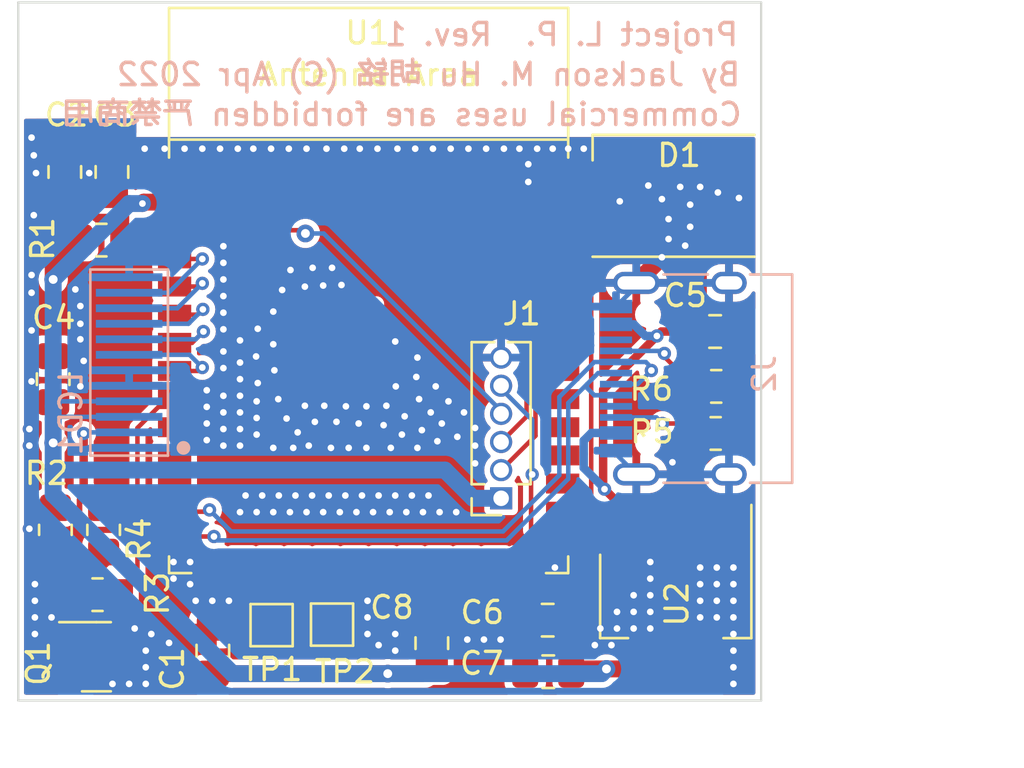
<source format=kicad_pcb>
(kicad_pcb (version 20211014) (generator pcbnew)
  (layers (0 "F.Cu" signal) (31 "B.Cu" signal) (34 "B.Paste" user) (35 "F.Paste" user) (36 "B.SilkS" user "B.Silkscreen") (37 "F.SilkS" user "F.Silkscreen") (38 "B.Mask" user) (39 "F.Mask" user) (44 "Edge.Cuts" user))
  (net 0 "")
  (net 1 "+3V3")
  (net 2 "GND")
  (net 3 "EN")
  (net 4 "+5V")
  (net 5 "STAT_LED")
  (net 7 "DBG_TXD")
  (net 8 "DBG_RXD")
  (net 9 "BOOT")
  (net 10 "Net-(J2-PadA5)")
  (net 11 "USB_DP")
  (net 12 "USB_DM")
  (net 14 "Net-(J2-PadB5)")
  (net 16 "LEDK")
  (net 17 "DISP_DC")
  (net 18 "DISP_CS")
  (net 19 "DISP_SCLK")
  (net 20 "DISP_DATA")
  (net 21 "DISP_RST")
  (net 22 "Net-(Q1-Pad1)")
  (net 23 "Net-(Q1-Pad3)")
  (net 24 "DISP_BL")
  (net 29 "SDA")
  (net 30 "SCL")
  (footprint "Capacitor_SMD:C_0805_2012Metric_Pad1.18x1.45mm_HandSolder" (layer "F.Cu") (at 131.425 114.85)
    (fp_text reference "C5")
    (fp_text value "10uF")
  )
  (footprint "Resistor_SMD:R_0805_2012Metric_Pad1.20x1.40mm_HandSolder" (layer "F.Cu") (at 131.45 119.45)
    (fp_text reference "R5")
    (fp_text value "5.11k")
  )
  (footprint "TestPoint:TestPoint_Pad_1.5x1.5mm" (layer "F.Cu") (at 114.15 128.075)
    (fp_text reference "TP2")
    (fp_text value "TestPoint")
  )
  (footprint "Capacitor_SMD:C_0805_2012Metric_Pad1.18x1.45mm_HandSolder" (layer "F.Cu") (at 108.775 129.25 90)
    (fp_text reference "C1")
    (fp_text value "10uF")
  )
  (footprint "Capacitor_SMD:C_0805_2012Metric_Pad1.18x1.45mm_HandSolder" (layer "F.Cu") (at 123.9 130.2 180)
    (fp_text reference "C7")
    (fp_text value "0.1uF")
  )
  (footprint "Capacitor_SMD:C_0805_2012Metric_Pad1.18x1.45mm_HandSolder" (layer "F.Cu") (at 123.875 127.875 180)
    (fp_text reference "C6")
    (fp_text value "0.1uF")
  )
  (footprint "TestPoint:TestPoint_Pad_1.5x1.5mm" (layer "F.Cu") (at 111.425 128.1)
    (fp_text reference "TP1")
    (fp_text value "TestPoint")
  )
  (footprint "Resistor_SMD:R_0805_2012Metric_Pad1.20x1.40mm_HandSolder" (layer "F.Cu") (at 103.75 110.725)
    (fp_text reference "R1")
    (fp_text value "10k")
  )
  (footprint "Capacitor_SMD:C_0805_2012Metric_Pad1.18x1.45mm_HandSolder" (layer "F.Cu") (at 104.225 107.65 90)
    (fp_text reference "C3")
    (fp_text value "1uF")
  )
  (footprint "LED_SMD:LED_SK6812_PLCC4_5.0x5.0mm_P3.2mm" (layer "F.Cu") (at 129.55 108.725 180)
    (fp_text reference "D1")
    (fp_text value "STATUS")
  )
  (footprint "Package_TO_SOT_SMD:SOT-23" (layer "F.Cu") (at 103.525 129.525)
    (fp_text reference "Q1")
    (fp_text value "S8050")
  )
  (footprint "Capacitor_SMD:C_0805_2012Metric_Pad1.18x1.45mm_HandSolder" (layer "F.Cu") (at 118.65 128.9125 90)
    (fp_text reference "C8")
    (fp_text value "10uF")
  )
  (footprint "Capacitor_SMD:C_0805_2012Metric_Pad1.18x1.45mm_HandSolder" (layer "F.Cu") (at 102.1 107.65 90)
    (fp_text reference "C2")
    (fp_text value "0.1uF")
  )
  (footprint "Capacitor_SMD:C_0805_2012Metric_Pad1.18x1.45mm_HandSolder" (layer "F.Cu") (at 101.575 117 90)
    (fp_text reference "C4")
    (fp_text value "0.1uF")
  )
  (footprint "Resistor_SMD:R_0805_2012Metric_Pad1.20x1.40mm_HandSolder" (layer "F.Cu") (at 103.575 126.725 180)
    (fp_text reference "R3")
    (fp_text value "1k")
  )
  (footprint "Package_TO_SOT_SMD:SOT-223-3_TabPin2" (layer "F.Cu") (at 129.65 126.775 -90)
    (fp_text reference "U2")
    (fp_text value "AMS1117-3.3")
  )
  (footprint "Resistor_SMD:R_0805_2012Metric_Pad1.20x1.40mm_HandSolder" (layer "F.Cu") (at 101.675 123.8 -90)
    (fp_text reference "R2")
    (fp_text value "10k")
  )
  (footprint "Resistor_SMD:R_0805_2012Metric_Pad1.20x1.40mm_HandSolder" (layer "F.Cu") (at 131.475 117.325)
    (fp_text reference "R6")
    (fp_text value "5.11k")
  )
  (footprint "Espressif:ESP32-S3-WROOM-1" (layer "F.Cu") (at 115.8 116)
    (fp_text reference "U1")
    (fp_text value "ESP32-S3-WROOM-1")
  )
  (footprint "Connector_PinSocket_1.27mm:PinSocket_1x06_P1.27mm_Vertical" (layer "F.Cu") (at 121.775 122.375 180)
    (fp_text reference "J1")
    (fp_text value "HOST_PROG")
  )
  (footprint "Resistor_SMD:R_0805_2012Metric_Pad1.20x1.40mm_HandSolder" (layer "F.Cu") (at 103.85 123.8 90)
    (fp_text reference "R4")
    (fp_text value "10R")
  )
  (footprint "JackcoLib:ST7789V_1.5_IPS_PG04" (layer "B.Cu") (at 105 116.25)
    (fp_text reference "LCD1")
    (fp_text value "IPS_LCD")
  )
  (footprint "Connector_USB:USB_C_Receptacle_HRO_TYPE-C-31-M-12" (layer "B.Cu") (at 131 116.975 -90)
    (fp_text reference "J2")
    (fp_text value "USB_CDC")
  )
  (gr_line (start 133.5 131.5) (end 133.5 100) (layer "Edge.Cuts") (width 0.1))
  (gr_line (start 100 100) (end 133.5 100) (layer "Edge.Cuts") (width 0.1))
  (gr_line (start 100 131.5) (end 133.5 131.5) (layer "Edge.Cuts") (width 0.1))
  (gr_line (start 100 100) (end 100 131.5) (layer "Edge.Cuts") (width 0.1))
  (gr_text "Project L. P.  Rev. 1" (at 124.5 101.45) (layer "B.SilkS") (effects (font (size 1 1) (thickness 0.16)) (justify mirror)))
  (gr_text "Commercial uses are forbidden 严禁商用" (at 117.325 105.05) (layer "B.SilkS") (effects (font (size 1 1) (thickness 0.16)) (justify mirror)))
  (gr_text "By Jackson M. Hu 胡铭 (C) Apr 2022" (at 118.5 103.25) (layer "B.SilkS") (effects (font (size 1 1) (thickness 0.16)) (justify mirror)))
  (segment (start 101.575 122.7) (end 101.675 122.8) (width 0.508) (layer "F.Cu") (net 1))
  (segment (start 130.85998 111.46502) (end 132 110.325) (width 0.381) (layer "F.Cu") (net 1))
  (segment (start 129.675 123.8) (end 129.675 130.1) (width 0.762) (layer "F.Cu") (net 1))
  (segment (start 131.48498 118.57006) (end 131.48498 114.05998) (width 0.381) (layer "F.Cu") (net 1))
  (segment (start 130.85998 113.43498) (end 130.85998 111.46502) (width 0.381) (layer "F.Cu") (net 1))
  (segment (start 131.44002 118.61502) (end 131.48498 118.57006) (width 0.381) (layer "F.Cu") (net 1))
  (segment (start 101.575 112.5) (end 101.575 111.9) (width 0.762) (layer "F.Cu") (net 1))
  (segment (start 102.1 108.6875) (end 102.1 110.075) (width 0.508) (layer "F.Cu") (net 1))
  (segment (start 131.48498 114.05998) (end 130.85998 113.43498) (width 0.381) (layer "F.Cu") (net 1))
  (segment (start 102.1 110.075) (end 102.75 110.725) (width 0.508) (layer "F.Cu") (net 1))
  (segment (start 124.9125 130.075) (end 126.525 130.075) (width 0.762) (layer "F.Cu") (net 1))
  (segment (start 116.6625 130.2875) (end 118.3125 130.2875) (width 0.762) (layer "F.Cu") (net 1))
  (segment (start 101.575 118.0375) (end 101.575 122.7) (width 0.508) (layer "F.Cu") (net 1))
  (segment (start 129.5 130.075) (end 129.65 129.925) (width 0.762) (layer "F.Cu") (net 1))
  (segment (start 131.44002 120.165104) (end 131.44002 118.61502) (width 0.381) (layer "F.Cu") (net 1))
  (segment (start 107.05 109.01) (end 105.665 109.01) (width 0.762) (layer "F.Cu") (net 1))
  (segment (start 101.575 111.9) (end 102.75 110.725) (width 0.762) (layer "F.Cu") (net 1))
  (segment (start 118.3125 130.2875) (end 118.65 129.95) (width 0.762) (layer "F.Cu") (net 1))
  (segment (start 126.525 130.075) (end 129.5 130.075) (width 0.762) (layer "F.Cu") (net 1))
  (segment (start 105.665 109.01) (end 105.6 109.075) (width 0.762) (layer "F.Cu") (net 1))
  (segment (start 108.775 130.2875) (end 116.6625 130.2875) (width 0.762) (layer "F.Cu") (net 1))
  (segment (start 129.65 121.955124) (end 131.44002 120.165104) (width 0.381) (layer "F.Cu") (net 1))
  (segment (start 129.65 123.625) (end 129.65 121.955124) (width 0.381) (layer "F.Cu") (net 1))
  (via (at 116.6625 130.2875) (size 0.8) (drill 0.4) (layers "F.Cu" "B.Cu") (net 1))
  (via (at 105.6 109.075) (size 0.6) (drill 0.3) (layers "F.Cu" "B.Cu") (net 1))
  (via (at 101.575 119.875) (size 0.8) (drill 0.4) (layers "F.Cu" "B.Cu") (net 1))
  (via (at 101.575 112.5) (size 0.8) (drill 0.4) (layers "F.Cu" "B.Cu") (net 1))
  (via (at 126.525 130.075) (size 0.8) (drill 0.4) (layers "F.Cu" "B.Cu") (net 1))
  (segment (start 101.8 118) (end 101.575 118.225) (width 0.2032) (layer "B.Cu") (net 1))
  (segment (start 105 118.7) (end 101.675 118.7) (width 0.2032) (layer "B.Cu") (net 1))
  (segment (start 116.6625 130.2875) (end 126.3125 130.2875) (width 0.762) (layer "B.Cu") (net 1))
  (segment (start 101.575 112.5) (end 105 109.075) (width 0.762) (layer "B.Cu") (net 1))
  (segment (start 126.3125 130.2875) (end 126.525 130.075) (width 0.762) (layer "B.Cu") (net 1))
  (segment (start 101.575 122.2) (end 101.575 121.1) (width 0.762) (layer "B.Cu") (net 1))
  (segment (start 105 118) (end 101.8 118) (width 0.2032) (layer "B.Cu") (net 1))
  (segment (start 101.675 118.7) (end 101.575 118.8) (width 0.2032) (layer "B.Cu") (net 1))
  (segment (start 101.575 118.8) (end 101.575 118.225) (width 0.762) (layer "B.Cu") (net 1))
  (segment (start 120.513 122.375) (end 121.775 122.375) (width 0.762) (layer "B.Cu") (net 1))
  (segment (start 101.575 119.875) (end 101.575 118.8) (width 0.762) (layer "B.Cu") (net 1))
  (segment (start 116.6625 130.2875) (end 109.6625 130.2875) (width 0.762) (layer "B.Cu") (net 1))
  (segment (start 101.575 121.1) (end 101.575 119.875) (width 0.762) (layer "B.Cu") (net 1))
  (segment (start 109.6625 130.2875) (end 101.575 122.2) (width 0.762) (layer "B.Cu") (net 1))
  (segment (start 105 109.075) (end 105.6 109.075) (width 0.762) (layer "B.Cu") (net 1))
  (segment (start 101.575 121.1) (end 119.238 121.1) (width 0.762) (layer "B.Cu") (net 1))
  (segment (start 119.238 121.1) (end 120.513 122.375) (width 0.762) (layer "B.Cu") (net 1))
  (segment (start 101.575 118.225) (end 101.575 112.5) (width 0.762) (layer "B.Cu") (net 1))
  (segment (start 118.65 127.875) (end 122.8375 127.875) (width 0.381) (layer "F.Cu") (net 2))
  (segment (start 127.1 107.125) (end 127.275 107.125) (width 0.762) (layer "F.Cu") (net 2))
  (segment (start 107.05 107.74) (end 105.3525 107.74) (width 0.508) (layer "F.Cu") (net 2))
  (segment (start 129.325 110.675) (end 129.325 111.2) (width 0.762) (layer "F.Cu") (net 2))
  (segment (start 127.275 107.125) (end 128.4125 108.2625) (width 0.762) (layer "F.Cu") (net 2))
  (segment (start 118 116.025) (end 116.265 116.025) (width 0.2032) (layer "F.Cu") (net 2))
  (segment (start 128.4125 108.2625) (end 129.025 108.875) (width 0.762) (layer "F.Cu") (net 2))
  (segment (start 129.025 111.5) (end 127.87 112.655) (width 0.762) (layer "F.Cu") (net 2))
  (segment (start 122.8625 130.2) (end 122.8625 127.9) (width 0.381) (layer "F.Cu") (net 2))
  (segment (start 105.3525 107.74) (end 104.225 106.6125) (width 0.508) (layer "F.Cu") (net 2))
  (segment (start 116.265 116.025) (end 115.7 115.46) (width 0.2032) (layer "F.Cu") (net 2))
  (segment (start 102.1 106.6125) (end 104.225 106.6125) (width 0.508) (layer "F.Cu") (net 2))
  (segment (start 122.8625 127.9) (end 122.8375 127.875) (width 0.381) (layer "F.Cu") (net 2))
  (segment (start 129.325 111.2) (end 129.025 111.5) (width 0.762) (layer "F.Cu") (net 2))
  (segment (start 126.485 107.74) (end 127.1 107.125) (width 0.762) (layer "F.Cu") (net 2))
  (segment (start 124.55 107.74) (end 126.485 107.74) (width 0.762) (layer "F.Cu") (net 2))
  (segment (start 129.025 108.875) (end 129.325 109.175) (width 0.762) (layer "F.Cu") (net 2))
  (segment (start 121.775 116.025) (end 118 116.025) (width 0.2032) (layer "F.Cu") (net 2))
  (segment (start 129.325 109.775) (end 129.325 110.675) (width 0.762) (layer "F.Cu") (net 2))
  (segment (start 129.325 109.175) (end 129.325 109.775) (width 0.762) (layer "F.Cu") (net 2))
  (via (at 111.5 113.95) (size 0.6) (drill 0.3) (layers "F.Cu" "B.Cu") (net 2))
  (via (at 111.5 123) (size 0.6) (drill 0.3) (layers "F.Cu" "B.Cu") (net 2))
  (via (at 100.75 128.5) (size 0.6) (drill 0.3) (layers "F.Cu" "B.Cu") (net 2))
  (via (at 115.75 128.5) (size 0.6) (drill 0.3) (layers "F.Cu" "B.Cu") (net 2))
  (via (at 107 126) (size 0.6) (drill 0.3) (layers "F.Cu" "B.Cu") (net 2))
  (via (at 115.75 127.75) (size 0.6) (drill 0.3) (layers "F.Cu" "B.Cu") (net 2))
  (via (at 110.75 118.75) (size 0.6) (drill 0.3) (layers "F.Cu" "B.Cu") (net 2))
  (via (at 114.775 118.225) (size 0.6) (drill 0.3) (layers "F.Cu" "B.Cu") (net 2))
  (via (at 110 123) (size 0.6) (drill 0.3) (layers "F.Cu" "B.Cu") (net 2))
  (via (at 114.7 106.6) (size 0.6) (drill 0.3) (layers "F.Cu" "B.Cu") (net 2))
  (via (at 113.375 118.925) (size 0.6) (drill 0.3) (layers "F.Cu" "B.Cu") (net 2))
  (via (at 109.25 114.75) (size 0.6) (drill 0.3) (layers "F.Cu" "B.Cu") (net 2))
  (via (at 124.2 125.5) (size 0.6) (drill 0.3) (layers "F.Cu" "B.Cu") (net 2))
  (via (at 117.9 106.6) (size 0.6) (drill 0.3) (layers "F.Cu" "B.Cu") (net 2))
  (via (at 113 123) (size 0.6) (drill 0.3) (layers "F.Cu" "B.Cu") (net 2))
  (via (at 126.75 129) (size 0.6) (drill 0.3) (layers "F.Cu" "B.Cu") (net 2))
  (via (at 102.95 116.175) (size 0.6) (drill 0.3) (layers "F.Cu" "B.Cu") (net 2))
  (via (at 115.75 127) (size 0.6) (drill 0.3) (layers "F.Cu" "B.Cu") (net 2))
  (via (at 110 120) (size 0.6) (drill 0.3) (layers "F.Cu" "B.Cu") (net 2))
  (via (at 112.925 118.2) (size 0.6) (drill 0.3) (layers "F.Cu" "B.Cu") (net 2))
  (via (at 129.5 120.75) (size 0.6) (drill 0.3) (layers "F.Cu" "B.Cu") (net 2))
  (via (at 100.5 120) (size 0.6) (drill 0.3) (layers "F.Cu" "B.Cu") (net 2))
  (via (at 131.5 127) (size 0.6) (drill 0.3) (layers "F.Cu" "B.Cu") (net 2))
  (via (at 116.6 118.2) (size 0.6) (drill 0.3) (layers "F.Cu" "B.Cu") (net 2))
  (via (at 108.75 127) (size 0.6) (drill 0.3) (layers "F.Cu" "B.Cu") (net 2))
  (via (at 119.8 119.6) (size 0.6) (drill 0.3) (layers "F.Cu" "B.Cu") (net 2))
  (via (at 108.5 119.75) (size 0.6) (drill 0.3) (layers "F.Cu" "B.Cu") (net 2))
  (via (at 110 117) (size 0.6) (drill 0.3) (layers "F.Cu" "B.Cu") (net 2))
  (via (at 110 119.25) (size 0.6) (drill 0.3) (layers "F.Cu" "B.Cu") (net 2))
  (via (at 101.5 127.75) (size 0.6) (drill 0.3) (layers "F.Cu" "B.Cu") (net 2))
  (via (at 128.5 126) (size 0.6) (drill 0.3) (layers "F.Cu" "B.Cu") (net 2))
  (via (at 109.25 117.75) (size 0.6) (drill 0.3) (layers "F.Cu" "B.Cu") (net 2))
  (via (at 117.425 118.675) (size 0.6) (drill 0.3) (layers "F.Cu" "B.Cu") (net 2))
  (via (at 114.35 118.925) (size 0.6) (drill 0.3) (layers "F.Cu" "B.Cu") (net 2))
  (via (at 110.25 122.25) (size 0.6) (drill 0.3) (layers "F.Cu" "B.Cu") (net 2))
  (via (at 130.75 108.325) (size 0.6) (drill 0.3) (layers "F.Cu" "B.Cu") (net 2))
  (via (at 113.8 118.2) (size 0.6) (drill 0.3) (layers "F.Cu" "B.Cu") (net 2))
  (via (at 130.3 109.125) (size 0.6) (drill 0.3) (layers "F.Cu" "B.Cu") (net 2))
  (via (at 102.575 112.95) (size 0.6) (drill 0.3) (layers "F.Cu" "B.Cu") (net 2))
  (via (at 123 107.3) (size 0.6) (drill 0.3) (layers "F.Cu" "B.Cu") (net 2))
  (via (at 118.9 119.8) (size 0.6) (drill 0.3) (layers "F.Cu" "B.Cu") (net 2))
  (via (at 130.75 126.25) (size 0.6) (drill 0.3) (layers "F.Cu" "B.Cu") (net 2))
  (via (at 118.7 106.6) (size 0.6) (drill 0.3) (layers "F.Cu" "B.Cu") (net 2))
  (via (at 104.25 130.75) (size 0.6) (drill 0.3) (layers "F.Cu" "B.Cu") (net 2))
  (via (at 124.8 106.6) (size 0.6) (drill 0.3) (layers "F.Cu" "B.Cu") (net 2))
  (via (at 130.3 110.125) (size 0.6) (drill 0.3) (layers "F.Cu" "B.Cu") (net 2))
  (via (at 111.5 120.1) (size 0.6) (drill 0.3) (layers "F.Cu" "B.Cu") (net 2))
  (via (at 117 129.25) (size 0.6) (drill 0.3) (layers "F.Cu" "B.Cu") (net 2))
  (via (at 119.75 123) (size 0.6) (drill 0.3) (layers "F.Cu" "B.Cu") (net 2))
  (via (at 112.925 112.825) (size 0.6) (drill 0.3) (layers "F.Cu" "B.Cu") (net 2))
  (via (at 109.25 114) (size 0.6) (drill 0.3) (layers "F.Cu" "B.Cu") (net 2))
  (via (at 118 120.1) (size 0.6) (drill 0.3) (layers "F.Cu" "B.Cu") (net 2))
  (via (at 116.8 120.1) (size 0.6) (drill 0.3) (layers "F.Cu" "B.Cu") (net 2))
  (via (at 109.25 112.5) (size 0.6) (drill 0.3) (layers "F.Cu" "B.Cu") (net 2))
  (via (at 114.1 120.1) (size 0.6) (drill 0.3) (layers "F.Cu" "B.Cu") (net 2))
  (via (at 105 130.75) (size 0.6) (drill 0.3) (layers "F.Cu" "B.Cu") (net 2))
  (via (at 131.5 127.75) (size 0.6) (drill 0.3) (layers "F.Cu" "B.Cu") (net 2))
  (via (at 117 122.25) (size 0.6) (drill 0.3) (layers "F.Cu" "B.Cu") (net 2))
  (via (at 118.825 117.325) (size 0.6) (drill 0.3) (layers "F.Cu" "B.Cu") (net 2))
  (via (at 112.4 120.1) (size 0.6) (drill 0.3) (layers "F.Cu" "B.Cu") (net 2))
  (via (at 118.2 119.3) (size 0.6) (drill 0.3) (layers "F.Cu" "B.Cu") (net 2))
  (via (at 115.7 120.1) (size 0.6) (drill 0.3) (layers "F.Cu" "B.Cu") (net 2))
  (via (at 114.9 120.1) (size 0.6) (drill 0.3) (layers "F.Cu" "B.Cu") (net 2))
  (via (at 100.7 106.9) (size 0.6) (drill 0.3) (layers "F.Cu" "B.Cu") (net 2))
  (via (at 112.1 118.775) (size 0.6) (drill 0.3) (layers "F.Cu" "B.Cu") (net 2))
  (via (at 109.25 111) (size 0.6) (drill 0.3) (layers "F.Cu" "B.Cu") (net 2))
  (via (at 128.5 126.75) (size 0.6) (drill 0.3) (layers "F.Cu" "B.Cu") (net 2))
  (via (at 116 123) (size 0.6) (drill 0.3) (layers "F.Cu" "B.Cu") (net 2))
  (via (at 127.75 126.75) (size 0.6) (drill 0.3) (layers "F.Cu" "B.Cu") (net 2))
  (via (at 100.75 127.75) (size 0.6) (drill 0.3) (layers "F.Cu" "B.Cu") (net 2))
  (via (at 109.25 118.5) (size 0.6) (drill 0.3) (layers "F.Cu" "B.Cu") (net 2))
  (via (at 128.5 127.5) (size 0.6) (drill 0.3) (layers "F.Cu" "B.Cu") (net 2))
  (via (at 109.25 115.75) (size 0.6) (drill 0.3) (layers "F.Cu" "B.Cu") (net 2))
  (via (at 117.75 122.25) (size 0.6) (drill 0.3) (layers "F.Cu" "B.Cu") (net 2))
  (via (at 130.075 110.975) (size 0.6) (drill 0.3) (layers "F.Cu" "B.Cu") (net 2))
  (via (at 112.275 112.075) (size 0.6) (drill 0.3) (layers "F.Cu" "B.Cu") (net 2))
  (via (at 107.75 125.25) (size 0.6) (drill 0.3) (layers "F.Cu" "B.Cu") (net 2))
  (via (at 111.75 122.25) (size 0.6) (drill 0.3) (layers "F.Cu" "B.Cu") (net 2))
  (via (at 118.5 122.25) (size 0.6) (drill 0.3) (layers "F.Cu" "B.Cu") (net 2))
  (via (at 120.6 120) (size 0.6) (drill 0.3) (layers "F.Cu" "B.Cu") (net 2))
  (via (at 108.5 119) (size 0.6) (drill 0.3) (layers "F.Cu" "B.Cu") (net 2))
  (via (at 113.9 106.6) (size 0.6) (drill 0.3) (layers "F.Cu" "B.Cu") (net 2))
  (via (at 109.25 111.75) (size 0.6) (drill 0.3) (layers "F.Cu" "B.Cu") (net 2))
  (via (at 119.4 118) (size 0.6) (drill 0.3) (layers "F.Cu" "B.Cu") (net 2))
  (via (at 129.025 108.875) (size 0.6) (drill 0.3) (layers "F.Cu" "B.Cu") (net 2))
  (via (at 118.25 123) (size 0.6) (drill 0.3) (layers "F.Cu" "B.Cu") (net 2))
  (via (at 106.6 106.6) (size 0.6) (drill 0.3) (layers "F.Cu" "B.Cu") (net 2))
  (via (at 132.5 108.825) (size 0.6) (drill 0.3) (layers "F.Cu" "B.Cu") (net 2))
  (via (at 120.1 118.5) (size 0.6) (drill 0.3) (layers "F.Cu" "B.Cu") (net 2))
  (via (at 109.5 127) (size 0.6) (drill 0.3) (layers "F.Cu" "B.Cu") (net 2))
  (via (at 110.6 106.6) (size 0.6) (drill 0.3) (layers "F.Cu" "B.Cu") (net 2))
  (via (at 130.75 127.75) (size 0.6) (drill 0.3) (layers "F.Cu" "B.Cu") (net 2))
  (via (at 121 128.75) (size 0.6) (drill 0.3) (layers "F.Cu" "B.Cu") (net 2))
  (via (at 114 122.25) (size 0.6) (drill 0.3) (layers "F.Cu" "B.Cu") (net 2))
  (via (at 115.5 122.25) (size 0.6) (drill 0.3) (layers "F.Cu" "B.Cu") (net 2))
  (via (at 109.25 116.5) (size 0.6) (drill 0.3) (layers "F.Cu" "B.Cu") (net 2))
  (via (at 123 108.1) (size 0.6) (drill 0.3) (layers "F.Cu" "B.Cu") (net 2))
  (via (at 110.75 118) (size 0.6) (drill 0.3) (layers "F.Cu" "B.Cu") (net 2))
  (via (at 113.25 122.25) (size 0.6) (drill 0.3) (layers "F.Cu" "B.Cu") (net 2))
  (via (at 109.9 106.6) (size 0.6) (drill 0.3) (layers "F.Cu" "B.Cu") (net 2))
  (via (at 114.575 112.75) (size 0.6) (drill 0.3) (layers "F.Cu" "B.Cu") (net 2))
  (via (at 113.75 112.775) (size 0.6) (drill 0.3) (layers "F.Cu" "B.Cu") (net 2))
  (via (at 132.25 127) (size 0.6) (drill 0.3) (layers "F.Cu" "B.Cu") (net 2))
  (via (at 127.75 127.5) (size 0.6) (drill 0.3) (layers "F.Cu" "B.Cu") (net 2))
  (via (at 110.8 117.175) (size 0.6) (drill 0.3) (layers "F.Cu" "B.Cu") (net 2))
  (via (at 100.6 106.1) (size 0.6) (drill 0.3) (layers "F.Cu" "B.Cu") (net 2))
  (via (at 111 122.25) (size 0.6) (drill 0.3) (layers "F.Cu" "B.Cu") (net 2))
  (via (at 117 115.3) (size 0.6) (drill 0.3) (layers "F.Cu" "B.Cu") (net 2))
  (via (at 117.1 106.6) (size 0.6) (drill 0.3) (layers "F.Cu" "B.Cu") (net 2))
  (via (at 100.6 112.3) (size 0.6) (drill 0.3) (layers "F.Cu" "B.Cu") (net 2))
  (via (at 110 117.75) (size 0.6) (drill 0.3) (layers "F.Cu" "B.Cu") (net 2))
  (via (at 109.25 113.25) (size 0.6) (drill 0.3) (layers "F.Cu" "B.Cu") (net 2))
  (via (at 119.1 119) (size 0.6) (drill 0.3) (layers "F.Cu" "B.Cu") (net 2))
  (via (at 109.1 106.6) (size 0.6) (drill 0.3) (layers "F.Cu" "B.Cu") (net 2))
  (via (at 112.2 106.6) (size 0.6) (drill 0.3) (layers "F.Cu" "B.Cu") (net 2))
  (via (at 119 123) (size 0.6) (drill 0.3) (layers "F.Cu" "B.Cu") (net 2))
  (via (at 100.5 123.75) (size 0.6) (drill 0.3) (layers "F.Cu" "B.Cu") (net 2))
  (via (at 108.3 106.6) (size 0.6) (drill 0.3) (layers "F.Cu" "B.Cu") (net 2))
  (via (at 110 115.25) (size 0.6) (drill 0.3) (layers "F.Cu" "B.Cu") (net 2))
  (via (at 116.2 106.6) (size 0.6) (drill 0.3) (layers "F.Cu" "B.Cu") (net 2))
  (via (at 132.25 130.75) (size 0.6) (drill 0.3) (layers "F.Cu" "B.Cu") (net 2))
  (via (at 126.25 128.25) (size 0.6) (drill 0.3) (layers "F.Cu" "B.Cu") (net 2))
  (via (at 111.4 106.6) (size 0.6) (drill 0.3) (layers "F.Cu" "B.Cu") (net 2))
  (via (at 121.1 106.6) (size 0.6) (drill 0.3) (layers "F.Cu" "B.Cu") (net 2))
  (via (at 130.75 127) (size 0.6) (drill 0.3) (layers "F.Cu" "B.Cu") (net 2))
  (via (at 111.55 116.6) (size 0.6) (drill 0.3) (layers "F.Cu" "B.Cu") (net 2))
  (via (at 116.75 123) (size 0.6) (drill 0.3) (layers "F.Cu" "B.Cu") (net 2))
  (via (at 116.25 129) (size 0.6) (drill 0.3) (layers "F.Cu" "B.Cu") (net 2))
  (via (at 120.6 120.8) (size 0.6) (drill 0.3) (layers "F.Cu" "B.Cu") (net 2))
  (via (at 112.25 123) (size 0.6) (drill 0.3) (layers "F.Cu" "B.Cu") (net 2))
  (via (at 121.9 106.6) (size 0.6) (drill 0.3) (layers "F.Cu" "B.Cu") (net 2))
  (via (at 117.95 116.9) (size 0.6) (drill 0.3) (layers "F.Cu" "B.Cu") (net 2))
  (via (at 108.5 117.5) (size 0.6) (drill 0.3) (layers "F.Cu" "B.Cu") (net 2))
  (via (at 127.75 128.25) (size 0.6) (drill 0.3) (layers "F.Cu" "B.Cu") (net 2))
  (via (at 113.75 123) (size 0.6) (drill 0.3) (layers "F.Cu" "B.Cu") (net 2))
  (via (at 129.325 109.775) (size 0.6) (drill 0.3) (layers "F.Cu" "B.Cu") (net 2))
  (via (at 106.8 128.9) (size 0.6) (drill 0.3) (layers "F.Cu" "B.Cu") (net 2))
  (via (at 129.85 108.325) (size 0.6) (drill 0.3) (layers "F.Cu" "B.Cu") (net 2))
  (via (at 129.325 110.675) (size 0.6) (drill 0.3) (layers "F.Cu" "B.Cu") (net 2))
  (via (at 132.25 130) (size 0.6) (drill 0.3) (layers "F.Cu" "B.Cu") (net 2))
  (via (at 120.6 119.2) (size 0.6) (drill 0.3) (layers "F.Cu" "B.Cu") (net 2))
  (via (at 109.25 120) (size 0.6) (drill 0.3) (layers "F.Cu" "B.Cu") (net 2))
  (via (at 132.25 127.75) (size 0.6) (drill 0.3) (layers "F.Cu" "B.Cu") (net 2))
  (via (at 102.8 114.5) (size 0.6) (drill 0.3) (layers "F.Cu" "B.Cu") (net 2))
  (via (at 100.6 113.1) (size 0.6) (drill 0.3) (layers "F.Cu" "B.Cu") (net 2))
  (via (at 125.5 106.6) (size 0.6) (drill 0.3) (layers "F.Cu" "B.Cu") (net 2))
  (via (at 100.7 109.6) (size 0.6) (drill 0.3) (layers "F.Cu" "B.Cu") (net 2))
  (via (at 102.8 117.325) (size 0.6) (drill 0.3) (layers "F.Cu" "B.Cu") (net 2))
  (via (at 113.1 120) (size 0.6) (drill 0.3) (layers "F.Cu" "B.Cu") (net 2))
  (via (at 132.25 125.5) (size 0.6) (drill 0.3) (layers "F.Cu" "B.Cu") (net 2))
  (via (at 100.6 114.8) (size 0.6) (drill 0.3) (layers "F.Cu" "B.Cu") (net 2))
  (via (at 107.5 106.6) (size 0.6) (drill 0.3) (layers "F.Cu" "B.Cu") (net 2))
  (via (at 111.725 117.9) (size 0.6) (drill 0.3) (layers "F.Cu" "B.Cu") (net 2))
  (via (at 100.75 126.25) (size 0.6) (drill 0.3) (layers "F.Cu" "B.Cu") (net 2))
  (via (at 132.25 128.5) (size 0.6) (drill 0.3) (layers "F.Cu" "B.Cu") (net 2))
  (via (at 131.5 125.5) (size 0.6) (drill 0.3) (layers "F.Cu" "B.Cu") (net 2))
  (via (at 123.4 106.6) (size 0.6) (drill 0.3) (layers "F.Cu" "B.Cu") (net 2))
  (via (at 110.8 114.725) (size 0.6) (drill 0.3) (layers "F.Cu" "B.Cu") (net 2))
  (via (at 110 116.25) (size 0.6) (drill 0.3) (layers "F.Cu" "B.Cu") (net 2))
  (via (at 102.8 113.7) (size 0.6) (drill 0.3) (layers "F.Cu" "B.Cu") (net 2))
  (via (at 106 128.5) (size 0.6) (drill 0.3) (layers "F.Cu" "B.Cu") (net 2))
  (via (at 105.7 106.6) (size 0.6) (drill 0.3) (layers "F.Cu" "B.Cu") (net 2))
  (via (at 120.3 106.6) (size 0.6) (drill 0.3) (layers "F.Cu" "B.Cu") (net 2))
  (via (at 105.25 128.25) (size 0.6) (drill 0.3) (layers "F.Cu" "B.Cu") (net 2))
  (via (at 117 128.5) (size 0.6) (drill 0.3) (layers "F.Cu" "B.Cu") (net 2))
  (via (at 116.25 122.25) (size 0.6) (drill 0.3) (layers "F.Cu" "B.Cu") (net 2))
  (via (at 120.25 128.75) (size 0.6) (drill 0.3) (layers "F.Cu" "B.Cu") (net 2))
  (via (at 126 129) (size 0.6) (drill 0.3) (layers "F.Cu" "B.Cu") (net 2))
  (via (at 122.6 106.6) (size 0.6) (drill 0.3) (layers "F.Cu" "B.Cu") (net 2))
  (via (at 117.025 117.325) (size 0.6) (drill 0.3) (layers "F.Cu" "B.Cu") (net 2))
  (via (at 115.25 123) (size 0.6) (drill 0.3) (layers "F.Cu" "B.Cu") (net 2))
  (via (at 113 106.6) (size 0.6) (drill 0.3) (layers "F.Cu" "B.Cu") (net 2))
  (via (at 100.6 117.1) (size 0.6) (drill 0.3) (layers "F.Cu" "B.Cu") (net 2))
  (via (at 118.6 118.5) (size 0.6) (drill 0.3) (layers "F.Cu" "B.Cu") (net 2))
  (via (at 117.5 123) (size 0.6) (drill 0.3) (layers "F.Cu" "B.Cu") (net 2))
  (via (at 115.35 119) (size 0.6) (drill 0.3) (layers "F.Cu" "B.Cu") (net 2))
  (via (at 121.75 128.75) (size 0.6) (drill 0.3) (layers "F.Cu" "B.Cu") (net 2))
  (via (at 114.5 123) (size 0.6) (drill 0.3) (layers "F.Cu" "B.Cu") (net 2))
  (via (at 105.75 130.75) (size 0.6) (drill 0.3) (layers "F.Cu" "B.Cu") (net 2))
  (via (at 102.8 115.2) (size 0.6) (drill 0.3) (layers "F.Cu" "B.Cu") (net 2))
  (via (at 115.7 118.225) (size 0.6) (drill 0.3) (layers "F.Cu" "B.Cu") (net 2))
  (via (at 105.75 129.25) (size 0.6) (drill 0.3) (layers "F.Cu" "B.Cu") (net 2))
  (via (at 111.5 115.425) (size 0.6) (drill 0.3) (layers "F.Cu" "B.Cu") (net 2))
  (via (at 118 116.025) (size 0.6) (drill 0.3) (layers "F.Cu" "B.Cu") (net 2))
  (via (at 132.25 126.25) (size 0.6) (drill 0.3) (layers "F.Cu" "B.Cu") (net 2))
  (via (at 100.75 127) (size 0.6) (drill 0.3) (layers "F.Cu" "B.Cu") (net 2))
  (via (at 107.75 126.25) (size 0.6) (drill 0.3) (layers "F.Cu" "B.Cu") (net 2))
  (via (at 131.55 108.575) (size 0.6) (drill 0.3) (layers "F.Cu" "B.Cu") (net 2))
  (via (at 117.3 119.5) (size 0.6) (drill 0.3) (layers "F.Cu" "B.Cu") (net 2))
  (via (at 119.5 106.6) (size 0.6) (drill 0.3) (layers "F.Cu" "B.Cu") (net 2))
  (via (at 128.5 128.25) (size 0.6) (drill 0.3) (layers "F.Cu" "B.Cu") (net 2))
  (via (at 116.475 119.075) (size 0.6) (drill 0.3) (layers "F.Cu" "B.Cu") (net 2))
  (via (at 124.1 106.6) (size 0.6) (drill 0.3) (layers "F.Cu" "B.Cu") (net 2))
  (via (at 110.725 115.975) (size 0.6) (drill 0.3) (layers "F.Cu" "B.Cu") (net 2))
  (via (at 111.9 112.975) (size 0.6) (drill 0.3) (layers "F.Cu" "B.Cu") (net 2))
  (via (at 127.125 108.975) (size 0.6) (drill 0.3) (layers "F.Cu" "B.Cu") (net 2))
  (via (at 131.5 126.25) (size 0.6) (drill 0.3) (layers "F.Cu" "B.Cu") (net 2))
  (via (at 128.4125 108.2625) (size 0.6) (drill 0.3) (layers "F.Cu" "B.Cu") (net 2))
  (via (at 128.5 125.25) (size 0.6) (drill 0.3) (layers "F.Cu" "B.Cu") (net 2))
  (via (at 129.025 111.5) (size 0.6) (drill 0.3) (layers "F.Cu" "B.Cu") (net 2))
  (via (at 132.25 129.25) (size 0.6) (drill 0.3) (layers "F.Cu" "B.Cu") (net 2))
  (via (at 108.5 118.25) (size 0.6) (drill 0.3) (layers "F.Cu" "B.Cu") (net 2))
  (via (at 110.75 123) (size 0.6) (drill 0.3) (layers "F.Cu" "B.Cu") (net 2))
  (via (at 113.275 111.975) (size 0.6) (drill 0.3) (layers "F.Cu" "B.Cu") (net 2))
  (via (at 112.5 122.25) (size 0.6) (drill 0.3) (layers "F.Cu" "B.Cu") (net 2))
  (via (at 114.15 111.975) (size 0.6) (drill 0.3) (layers "F.Cu" "B.Cu") (net 2))
  (via (at 100.8 107.7) (size 0.6) (drill 0.3) (layers "F.Cu" "B.Cu") (net 2))
  (via (at 114.75 122.25) (size 0.6) (drill 0.3) (layers "F.Cu" "B.Cu") (net 2))
  (via (at 127 127.5) (size 0.6) (drill 0.3) (layers "F.Cu" "B.Cu") (net 2))
  (via (at 100.5 119.25) (size 0.6) (drill 0.3) (layers "F.Cu" "B.Cu") (net 2))
  (via (at 130.75 125.5) (size 0.6) (drill 0.3) (layers "F.Cu" "B.Cu") (net 2))
  (via (at 108 127) (size 0.6) (drill 0.3) (layers "F.Cu" "B.Cu") (net 2))
  (via (at 103.2 107.7) (size 0.6) (drill 0.3) (layers "F.Cu" "B.Cu") (net 2))
  (via (at 118.075 117.9) (size 0.6) (drill 0.3) (layers "F.Cu" "B.Cu") (net 2))
  (via (at 115.4 106.6) (size 0.6) (drill 0.3) (layers "F.Cu" "B.Cu") (net 2))
  (via (at 107 125.25) (size 0.6) (drill 0.3) (layers "F.Cu" "B.Cu") (net 2))
  (via (at 109.25 119.25) (size 0.6) (drill 0.3) (layers "F.Cu" "B.Cu") (net 2))
  (via (at 110 118.5) (size 0.6) (drill 0.3) (layers "F.Cu" "B.Cu") (net 2))
  (via (at 105.75 130) (size 0.6) (drill 0.3) (layers "F.Cu" "B.Cu") (net 2))
  (via (at 112.6 119.4) (size 0.6) (drill 0.3) (layers "F.Cu" "B.Cu") (net 2))
  (via (at 110.75 119.5) (size 0.6) (drill 0.3) (layers "F.Cu" "B.Cu") (net 2))
  (via (at 127 128.25) (size 0.6) (drill 0.3) (layers "F.Cu" "B.Cu") (net 2))
  (segment (start 132.05 112.655) (end 132.05 121.295) (width 0.2032) (layer "B.Cu") (net 2))
  (segment (start 105 112.4) (end 103.125 112.4) (width 0.2032) (layer "B.Cu") (net 2))
  (segment (start 127.87 112.655) (end 132.05 112.655) (width 0.2032) (layer "B.Cu") (net 2))
  (segment (start 105 116.6) (end 103.375 116.6) (width 0.2032) (layer "B.Cu") (net 2))
  (segment (start 125.7 113.725) (end 126.955 113.725) (width 0.2032) (layer "B.Cu") (net 2))
  (segment (start 121.775 116.025) (end 123.4 116.025) (width 0.2032) (layer "B.Cu") (net 2))
  (segment (start 102.825 117.3) (end 102.8 117.325) (width 0.2032) (layer "B.Cu") (net 2))
  (segment (start 126.955 120.38) (end 127.87 121.295) (width 0.2032) (layer "B.Cu") (net 2))
  (segment (start 103.375 116.6) (end 102.95 116.175) (width 0.2032) (layer "B.Cu") (net 2))
  (segment (start 105 117.3) (end 102.825 117.3) (width 0.2032) (layer "B.Cu") (net 2))
  (segment (start 126.955 120.225) (end 126.955 120.38) (width 0.2032) (layer "B.Cu") (net 2))
  (segment (start 127.87 112.655) (end 127.87 112.81) (width 0.2032) (layer "B.Cu") (net 2))
  (segment (start 132.05 121.295) (end 127.87 121.295) (width 0.2032) (layer "B.Cu") (net 2))
  (segment (start 103.125 112.4) (end 102.575 112.95) (width 0.2032) (layer "B.Cu") (net 2))
  (segment (start 123.4 116.025) (end 125.7 113.725) (width 0.2032) (layer "B.Cu") (net 2))
  (segment (start 127.87 112.81) (end 126.955 113.725) (width 0.2032) (layer "B.Cu") (net 2))
  (segment (start 104.75 109.2125) (end 104.225 108.6875) (width 0.508) (layer "F.Cu") (net 3))
  (segment (start 105.195 110.28) (end 104.75 110.725) (width 0.508) (layer "F.Cu") (net 3))
  (segment (start 112.805 110.28) (end 112.95 110.425) (width 0.2032) (layer "F.Cu") (net 3))
  (segment (start 104.75 110.725) (end 104.75 109.2125) (width 0.508) (layer "F.Cu") (net 3))
  (segment (start 107.05 110.28) (end 105.195 110.28) (width 0.508) (layer "F.Cu") (net 3))
  (segment (start 107.05 110.28) (end 112.805 110.28) (width 0.2032) (layer "F.Cu") (net 3))
  (via (at 112.95 110.425) (size 0.8) (drill 0.4) (layers "F.Cu" "B.Cu") (net 3))
  (segment (start 113.772057 110.425) (end 112.95 110.425) (width 0.2032) (layer "B.Cu") (net 3))
  (segment (start 121.775 118.565) (end 121.775 118.427943) (width 0.2032) (layer "B.Cu") (net 3))
  (segment (start 121.775 118.427943) (end 113.772057 110.425) (width 0.2032) (layer "B.Cu") (net 3))
  (segment (start 127.35 123.625) (end 127.35 125.4375) (width 0.762) (layer "F.Cu") (net 4))
  (segment (start 126.4375 121.9625) (end 127.375 122.9) (width 0.381) (layer "F.Cu") (net 4))
  (segment (start 129 114.85) (end 128.8 115.05) (width 0.381) (layer "F.Cu") (net 4))
  (segment (start 126.375 121.9) (end 126.4375 121.9625) (width 0.381) (layer "F.Cu") (net 4))
  (segment (start 126.375 117.475) (end 128.8 115.05) (width 0.381) (layer "F.Cu") (net 4))
  (segment (start 127.375 122.9) (end 127.375 123.8) (width 0.381) (layer "F.Cu") (net 4))
  (segment (start 127.35 125.4375) (end 124.9125 127.875) (width 0.762) (layer "F.Cu") (net 4))
  (segment (start 126.375 121.9) (end 126.375 117.475) (width 0.381) (layer "F.Cu") (net 4))
  (segment (start 130.3875 114.85) (end 129 114.85) (width 0.381) (layer "F.Cu") (net 4))
  (via (at 126.4375 121.9625) (size 0.6) (drill 0.3) (layers "F.Cu" "B.Cu") (net 4))
  (via (at 128.8 115.05) (size 0.6) (drill 0.3) (layers "F.Cu" "B.Cu") (net 4))
  (segment (start 125.5 120.375) (end 125.5 121) (width 0.381) (layer "B.Cu") (net 4))
  (segment (start 125.5 119.774) (end 125.5 120.375) (width 0.381) (layer "B.Cu") (net 4))
  (segment (start 125.5 121) (end 126.5 122) (width 0.381) (layer "B.Cu") (net 4))
  (segment (start 125.849 119.425) (end 125.5 119.774) (width 0.381) (layer "B.Cu") (net 4))
  (segment (start 128.283096 115.05) (end 128.8 115.05) (width 0.381) (layer "B.Cu") (net 4))
  (segment (start 126.955 119.425) (end 125.849 119.425) (width 0.381) (layer "B.Cu") (net 4))
  (segment (start 126.955 114.525) (end 127.758096 114.525) (width 0.381) (layer "B.Cu") (net 4))
  (segment (start 127.758096 114.525) (end 128.283096 115.05) (width 0.381) (layer "B.Cu") (net 4))
  (segment (start 124.25 126.675) (end 125.836389 125.088611) (width 0.2032) (layer "F.Cu") (net 5))
  (segment (start 125.836389 111.588611) (end 127.1 110.325) (width 0.2032) (layer "F.Cu") (net 5))
  (segment (start 121.515 125.865) (end 122.325 126.675) (width 0.2032) (layer "F.Cu") (net 5))
  (segment (start 125.836389 125.088611) (end 125.836389 111.588611) (width 0.2032) (layer "F.Cu") (net 5))
  (segment (start 122.325 126.675) (end 124.25 126.675) (width 0.2032) (layer "F.Cu") (net 5))
  (segment (start 121.515 125.5) (end 121.515 125.865) (width 0.2032) (layer "F.Cu") (net 5))
  (segment (start 123.325 113.512778) (end 124.017778 112.82) (width 0.2032) (layer "F.Cu") (net 7))
  (segment (start 121.775 121.105) (end 123.325 119.555) (width 0.2032) (layer "F.Cu") (net 7))
  (segment (start 124.017778 112.82) (end 124.55 112.82) (width 0.2032) (layer "F.Cu") (net 7))
  (segment (start 123.325 119.555) (end 123.325 113.512778) (width 0.2032) (layer "F.Cu") (net 7))
  (segment (start 121.775 119.835) (end 122.92228 118.68772) (width 0.2032) (layer "F.Cu") (net 8))
  (segment (start 122.92228 112.80272) (end 124.175 111.55) (width 0.2032) (layer "F.Cu") (net 8))
  (segment (start 124.175 111.55) (end 124.55 111.55) (width 0.2032) (layer "F.Cu") (net 8))
  (segment (start 122.92228 118.68772) (end 122.92228 112.80272) (width 0.2032) (layer "F.Cu") (net 8))
  (segment (start 123.55 124.25) (end 123.125 123.825) (width 0.2032) (layer "F.Cu") (net 9))
  (segment (start 123.125 123.825) (end 123.125 121.35) (width 0.2032) (layer "F.Cu") (net 9))
  (segment (start 124.55 124.25) (end 123.55 124.25) (width 0.2032) (layer "F.Cu") (net 9))
  (segment (start 123.125 121.35) (end 123.175 121.3) (width 0.2032) (layer "F.Cu") (net 9))
  (via (at 123.175 121.3) (size 0.6) (drill 0.3) (layers "F.Cu" "B.Cu") (net 9))
  (segment (start 123.175 118.832057) (end 123.175 121.3) (width 0.2032) (layer "B.Cu") (net 9))
  (segment (start 121.775 117.432057) (end 123.175 118.832057) (width 0.2032) (layer "B.Cu") (net 9))
  (segment (start 121.775 117.295) (end 121.775 117.432057) (width 0.2032) (layer "B.Cu") (net 9))
  (segment (start 130.475 117.325) (end 129.1375 115.9875) (width 0.2032) (layer "F.Cu") (net 10))
  (segment (start 129.1375 115.9875) (end 129.1375 115.8375) (width 0.2032) (layer "F.Cu") (net 10))
  (via (at 129.1375 115.8375) (size 0.6) (drill 0.3) (layers "F.Cu" "B.Cu") (net 10))
  (segment (start 129.025 115.725) (end 126.955 115.725) (width 0.2032) (layer "B.Cu") (net 10))
  (segment (start 129.1375 115.8375) (end 129.025 115.725) (width 0.2032) (layer "B.Cu") (net 10))
  (segment (start 129.15 115.85) (end 129.1375 115.8375) (width 0.2032) (layer "B.Cu") (net 10))
  (segment (start 107.2 124.1) (end 107.05 124.25) (width 0.2032) (layer "F.Cu") (net 11))
  (segment (start 108.825 124.1) (end 107.2 124.1) (width 0.2032) (layer "F.Cu") (net 11))
  (via (at 108.825 124.1) (size 0.6) (drill 0.3) (layers "F.Cu" "B.Cu") (net 11))
  (segment (start 125.977778 117.725) (end 125.65 117.397222) (width 0.2032) (layer "B.Cu") (net 11))
  (segment (start 126.955 117.725) (end 125.977778 117.725) (width 0.2032) (layer "B.Cu") (net 11))
  (segment (start 125.65 117.397222) (end 125.65 117.225) (width 0.2032) (layer "B.Cu") (net 11))
  (segment (start 124.80272 118.07228) (end 124.80272 121.49728) (width 0.2032) (layer "B.Cu") (net 11))
  (segment (start 126.15 116.725) (end 126.955 116.725) (width 0.2032) (layer "B.Cu") (net 11))
  (segment (start 124.80272 121.49728) (end 122.025 124.275) (width 0.2032) (layer "B.Cu") (net 11))
  (segment (start 122.025 124.275) (end 109 124.275) (width 0.2032) (layer "B.Cu") (net 11))
  (segment (start 109 124.275) (end 108.825 124.1) (width 0.2032) (layer "B.Cu") (net 11))
  (segment (start 125.65 117.225) (end 126.15 116.725) (width 0.2032) (layer "B.Cu") (net 11))
  (segment (start 125.65 117.225) (end 124.80272 118.07228) (width 0.2032) (layer "B.Cu") (net 11))
  (segment (start 107.05 122.98) (end 108.545 122.98) (width 0.2032) (layer "F.Cu") (net 12))
  (segment (start 108.545 122.98) (end 108.625 122.9) (width 0.2032) (layer "F.Cu") (net 12))
  (via (at 128.55 116.607222) (size 0.6) (drill 0.3) (layers "F.Cu" "B.Cu") (net 12))
  (via (at 108.625 122.9) (size 0.6) (drill 0.3) (layers "F.Cu" "B.Cu") (net 12))
  (segment (start 126.955 117.225) (end 127.932222 117.225) (width 0.2032) (layer "B.Cu") (net 12))
  (segment (start 109.59728 123.87228) (end 108.625 122.9) (width 0.2032) (layer "B.Cu") (net 12))
  (segment (start 125.977778 116.225) (end 124.4 117.802778) (width 0.2032) (layer "B.Cu") (net 12))
  (segment (start 128.55 116.607222) (end 128.55 116.475) (width 0.2032) (layer "B.Cu") (net 12))
  (segment (start 127.932222 117.225) (end 128.55 116.607222) (width 0.2032) (layer "B.Cu") (net 12))
  (segment (start 126.955 116.225) (end 125.977778 116.225) (width 0.2032) (layer "B.Cu") (net 12))
  (segment (start 124.4 121.330468) (end 121.858188 123.87228) (width 0.2032) (layer "B.Cu") (net 12))
  (segment (start 121.858188 123.87228) (end 109.59728 123.87228) (width 0.2032) (layer "B.Cu") (net 12))
  (segment (start 124.4 117.802778) (end 124.4 121.330468) (width 0.2032) (layer "B.Cu") (net 12))
  (segment (start 128.3 116.225) (end 126.955 116.225) (width 0.2032) (layer "B.Cu") (net 12))
  (segment (start 128.55 116.475) (end 128.3 116.225) (width 0.2032) (layer "B.Cu") (net 12))
  (segment (start 129.05 119) (end 130 119) (width 0.2032) (layer "F.Cu") (net 14))
  (segment (start 130 119) (end 130.45 119.45) (width 0.2032) (layer "F.Cu") (net 14))
  (via (at 129.05 119) (size 0.6) (drill 0.3) (layers "F.Cu" "B.Cu") (net 14))
  (segment (start 129.05 119) (end 128.775 118.725) (width 0.2032) (layer "B.Cu") (net 14))
  (segment (start 128.775 118.725) (end 126.955 118.725) (width 0.2032) (layer "B.Cu") (net 14))
  (segment (start 102.95 121.9) (end 103.85 122.8) (width 0.381) (layer "F.Cu") (net 16))
  (segment (start 102.95 119.45) (end 102.95 121.9) (width 0.381) (layer "F.Cu") (net 16))
  (via (at 102.95 119.45) (size 0.6) (drill 0.3) (layers "F.Cu" "B.Cu") (net 16))
  (segment (start 103 119.4) (end 102.95 119.45) (width 0.2032) (layer "B.Cu") (net 16))
  (segment (start 105 119.4) (end 103 119.4) (width 0.2032) (layer "B.Cu") (net 16))
  (segment (start 108.145 116.63) (end 108.3 116.475) (width 0.2032) (layer "F.Cu") (net 17))
  (segment (start 107.05 116.63) (end 108.145 116.63) (width 0.2032) (layer "F.Cu") (net 17))
  (via (at 108.3 116.475) (size 0.6) (drill 0.3) (layers "F.Cu" "B.Cu") (net 17))
  (segment (start 107.725 115.9) (end 108.3 116.475) (width 0.2032) (layer "B.Cu") (net 17))
  (segment (start 105 115.9) (end 107.725 115.9) (width 0.2032) (layer "B.Cu") (net 17))
  (segment (start 107.84 115.36) (end 108.35 114.85) (width 0.2032) (layer "F.Cu") (net 18))
  (segment (start 107.05 115.36) (end 107.84 115.36) (width 0.2032) (layer "F.Cu") (net 18))
  (via (at 108.35 114.85) (size 0.6) (drill 0.3) (layers "F.Cu" "B.Cu") (net 18))
  (segment (start 108 115.2) (end 108.35 114.85) (width 0.2032) (layer "B.Cu") (net 18))
  (segment (start 105 115.2) (end 108 115.2) (width 0.2032) (layer "B.Cu") (net 18))
  (segment (start 107.05 114.09) (end 108.085 114.09) (width 0.2032) (layer "F.Cu") (net 19))
  (segment (start 108.085 114.09) (end 108.325 113.85) (width 0.2032) (layer "F.Cu") (net 19))
  (via (at 108.325 113.85) (size 0.6) (drill 0.3) (layers "F.Cu" "B.Cu") (net 19))
  (segment (start 105 114.5) (end 107.675 114.5) (width 0.2032) (layer "B.Cu") (net 19))
  (segment (start 107.675 114.5) (end 108.325 113.85) (width 0.2032) (layer "B.Cu") (net 19))
  (segment (start 107.05 112.82) (end 108.155 112.82) (width 0.2032) (layer "F.Cu") (net 20))
  (segment (start 108.155 112.82) (end 108.3 112.675) (width 0.2032) (layer "F.Cu") (net 20))
  (via (at 108.3 112.675) (size 0.6) (drill 0.3) (layers "F.Cu" "B.Cu") (net 20))
  (segment (start 107.175 113.8) (end 108.3 112.675) (width 0.2032) (layer "B.Cu") (net 20))
  (segment (start 105 113.8) (end 107.175 113.8) (width 0.2032) (layer "B.Cu") (net 20))
  (segment (start 107.075 111.575) (end 107.05 111.55) (width 0.2032) (layer "F.Cu") (net 21))
  (segment (start 108.3 111.575) (end 107.075 111.575) (width 0.2032) (layer "F.Cu") (net 21))
  (via (at 108.3 111.575) (size 0.6) (drill 0.3) (layers "F.Cu" "B.Cu") (net 21))
  (segment (start 105 113.1) (end 106.775 113.1) (width 0.2032) (layer "B.Cu") (net 21))
  (segment (start 106.775 113.1) (end 108.3 111.575) (width 0.2032) (layer "B.Cu") (net 21))
  (segment (start 102.5875 126.7375) (end 102.575 126.725) (width 0.381) (layer "F.Cu") (net 22))
  (segment (start 102.575 125.7) (end 101.675 124.8) (width 0.381) (layer "F.Cu") (net 22))
  (segment (start 102.575 126.725) (end 102.575 125.7) (width 0.381) (layer "F.Cu") (net 22))
  (segment (start 102.5875 128.575) (end 102.5875 126.7375) (width 0.381) (layer "F.Cu") (net 22))
  (segment (start 104.45 124.775) (end 103.56502 125.65998) (width 0.381) (layer "F.Cu") (net 23))
  (segment (start 103.56502 125.65998) (end 103.56502 128.051317) (width 0.381) (layer "F.Cu") (net 23))
  (segment (start 103.56502 128.051317) (end 104.4625 128.948797) (width 0.381) (layer "F.Cu") (net 23))
  (segment (start 104.4625 128.948797) (end 104.4625 129.525) (width 0.381) (layer "F.Cu") (net 23))
  (segment (start 104.575 126.725) (end 105.375 125.925) (width 0.2032) (layer "F.Cu") (net 24))
  (segment (start 105.375 119.2) (end 106.675 117.9) (width 0.2032) (layer "F.Cu") (net 24))
  (segment (start 106.675 117.9) (end 107.05 117.9) (width 0.2032) (layer "F.Cu") (net 24))
  (segment (start 105.375 125.925) (end 105.375 119.2) (width 0.2032) (layer "F.Cu") (net 24))
  (segment (start 111.355 125.5) (end 111.355 128.03) (width 0.2032) (layer "F.Cu") (net 29))
  (segment (start 111.355 128.03) (end 111.425 128.1) (width 0.2032) (layer "F.Cu") (net 29))
  (segment (start 112.625 125.5) (end 112.625 126.55) (width 0.2032) (layer "F.Cu") (net 30))
  (segment (start 112.625 126.55) (end 114.15 128.075) (width 0.2032) (layer "F.Cu") (net 30))
  (zone (net 0) (net_name "") (layers F&B.Cu) (connect_pads (clearance 0)) (min_thickness 0.254)
    (keepout (tracks allowed) (vias allowed) (pads allowed) (copperpour not_allowed) (footprints allowed))
    (fill (thermal_gap 0.508) (thermal_bridge_width 0.508))
    (polygon (pts (xy 105.222839 105.227123) (xy 100.030551 105.25) (xy 99.955551 100.007891) (xy 105.272839 99.977123)))
  )
  (zone (net 0) (net_name "") (layers F&B.Cu) (connect_pads (clearance 0)) (min_thickness 0.254)
    (keepout (tracks allowed) (vias allowed) (pads allowed) (copperpour not_allowed) (footprints allowed))
    (fill (thermal_gap 0.508) (thermal_bridge_width 0.508))
    (polygon (pts (xy 133.5 106.075) (xy 105.325 106.075) (xy 105.325 100) (xy 133.5 100)))
  )
  (zone (net 2) (net_name "GND") (layer "F.Cu") (connect_pads (clearance 0.26)) (min_thickness 0.16) (fill yes (thermal_gap 0.35) (thermal_bridge_width 0.35))
    (polygon (pts (xy 133.5 132.05) (xy 99.975 132) (xy 100.075 100.025) (xy 133.525 100)))
  )
  (zone (net 2) (net_name "GND") (layer "B.Cu") (connect_pads (clearance 0.26)) (min_thickness 0.16) (fill yes (thermal_gap 0.35) (thermal_bridge_width 0.35))
    (polygon (pts (xy 133.625 132.1) (xy 100 132.1) (xy 100 99.975) (xy 133.625 99.975)))
  )
)
</source>
